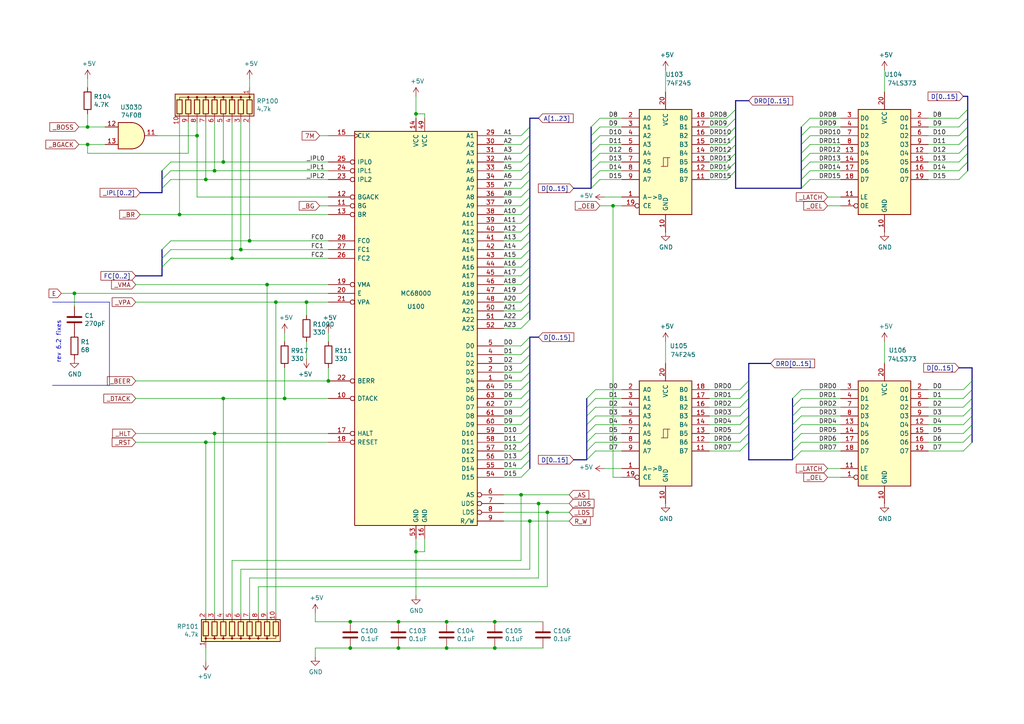
<source format=kicad_sch>
(kicad_sch (version 20230121) (generator eeschema)
  (paper "A4")
  (title_block (title "B2000 Processor") (date "07/06/1987") (rev "6.2-a") (company "Commodore") (comment 1 "Drawn by: Dave Haynie") (comment 2 "Used on: A2000-CR") (comment 3 "Next Assy: 312725") (comment 4 "Assy: 312721"))
  (junction (at 67.31 74.93))
  (junction (at 69.85 72.39))
  (junction (at 120.65 33.02))
  (junction (at 115.57 187.96))
  (junction (at 153.67 151.13))
  (junction (at 151.13 143.51))
  (junction (at 95.25 110.49))
  (junction (at 88.9 87.63))
  (junction (at 59.69 52.07))
  (junction (at 59.69 128.27))
  (junction (at 52.07 62.23))
  (junction (at 129.54 187.96))
  (junction (at 62.23 125.73))
  (junction (at 21.59 85.09))
  (junction (at 101.6 187.96))
  (junction (at 158.75 148.59))
  (junction (at 101.6 180.34))
  (junction (at 25.4 36.83))
  (junction (at 129.54 180.34))
  (junction (at 143.51 180.34))
  (junction (at 115.57 180.34))
  (junction (at 62.23 49.53))
  (junction (at 64.77 115.57))
  (junction (at 143.51 187.96))
  (junction (at 156.21 146.05))
  (junction (at 177.8 59.69))
  (junction (at 64.77 46.99))
  (junction (at 77.47 82.55))
  (junction (at 25.4 41.91))
  (junction (at 57.15 39.37))
  (junction (at 82.55 115.57))
  (junction (at 120.65 160.02))
  (junction (at 72.39 69.85))
  (junction (at 80.01 87.63))
  (bus_entry (at 279.4 115.57) (size 2.54 -2.54))
  (bus_entry (at 151.13 133.35) (size 2.54 -2.54))
  (bus_entry (at 171.45 49.53) (size 2.54 -2.54))
  (bus_entry (at 170.18 130.81) (size 2.54 -2.54))
  (bus_entry (at 229.87 128.27) (size 2.54 -2.54))
  (bus_entry (at 151.13 62.23) (size 2.54 -2.54))
  (bus_entry (at 279.4 123.19) (size 2.54 -2.54))
  (bus_entry (at 279.4 120.65) (size 2.54 -2.54))
  (bus_entry (at 151.13 57.15) (size 2.54 -2.54))
  (bus_entry (at 171.45 41.91) (size 2.54 -2.54))
  (bus_entry (at 151.13 110.49) (size 2.54 -2.54))
  (bus_entry (at 170.18 123.19) (size 2.54 -2.54))
  (bus_entry (at 171.45 39.37) (size 2.54 -2.54))
  (bus_entry (at 210.82 44.45) (size 2.54 -2.54))
  (bus_entry (at 232.41 46.99) (size 2.54 -2.54))
  (bus_entry (at 170.18 125.73) (size 2.54 -2.54))
  (bus_entry (at 151.13 44.45) (size 2.54 -2.54))
  (bus_entry (at 210.82 39.37) (size 2.54 -2.54))
  (bus_entry (at 214.63 130.81) (size 2.54 -2.54))
  (bus_entry (at 170.18 115.57) (size 2.54 -2.54))
  (bus_entry (at 151.13 87.63) (size 2.54 -2.54))
  (bus_entry (at 151.13 41.91) (size 2.54 -2.54))
  (bus_entry (at 214.63 120.65) (size 2.54 -2.54))
  (bus_entry (at 46.99 49.53) (size 2.54 -2.54))
  (bus_entry (at 46.99 74.93) (size 2.54 -2.54))
  (bus_entry (at 151.13 90.17) (size 2.54 -2.54))
  (bus_entry (at 151.13 80.01) (size 2.54 -2.54))
  (bus_entry (at 151.13 95.25) (size 2.54 -2.54))
  (bus_entry (at 232.41 41.91) (size 2.54 -2.54))
  (bus_entry (at 229.87 130.81) (size 2.54 -2.54))
  (bus_entry (at 278.13 44.45) (size 2.54 -2.54))
  (bus_entry (at 151.13 39.37) (size 2.54 -2.54))
  (bus_entry (at 151.13 115.57) (size 2.54 -2.54))
  (bus_entry (at 171.45 54.61) (size 2.54 -2.54))
  (bus_entry (at 170.18 133.35) (size 2.54 -2.54))
  (bus_entry (at 278.13 36.83) (size 2.54 -2.54))
  (bus_entry (at 210.82 49.53) (size 2.54 -2.54))
  (bus_entry (at 232.41 54.61) (size 2.54 -2.54))
  (bus_entry (at 151.13 123.19) (size 2.54 -2.54))
  (bus_entry (at 151.13 64.77) (size 2.54 -2.54))
  (bus_entry (at 151.13 49.53) (size 2.54 -2.54))
  (bus_entry (at 278.13 39.37) (size 2.54 -2.54))
  (bus_entry (at 214.63 115.57) (size 2.54 -2.54))
  (bus_entry (at 46.99 72.39) (size 2.54 -2.54))
  (bus_entry (at 151.13 69.85) (size 2.54 -2.54))
  (bus_entry (at 151.13 130.81) (size 2.54 -2.54))
  (bus_entry (at 278.13 46.99) (size 2.54 -2.54))
  (bus_entry (at 229.87 123.19) (size 2.54 -2.54))
  (bus_entry (at 278.13 52.07) (size 2.54 -2.54))
  (bus_entry (at 151.13 74.93) (size 2.54 -2.54))
  (bus_entry (at 151.13 120.65) (size 2.54 -2.54))
  (bus_entry (at 171.45 46.99) (size 2.54 -2.54))
  (bus_entry (at 171.45 44.45) (size 2.54 -2.54))
  (bus_entry (at 214.63 128.27) (size 2.54 -2.54))
  (bus_entry (at 279.4 130.81) (size 2.54 -2.54))
  (bus_entry (at 151.13 100.33) (size 2.54 -2.54))
  (bus_entry (at 210.82 52.07) (size 2.54 -2.54))
  (bus_entry (at 278.13 34.29) (size 2.54 -2.54))
  (bus_entry (at 279.4 128.27) (size 2.54 -2.54))
  (bus_entry (at 151.13 113.03) (size 2.54 -2.54))
  (bus_entry (at 171.45 52.07) (size 2.54 -2.54))
  (bus_entry (at 214.63 123.19) (size 2.54 -2.54))
  (bus_entry (at 232.41 39.37) (size 2.54 -2.54))
  (bus_entry (at 232.41 36.83) (size 2.54 -2.54))
  (bus_entry (at 46.99 77.47) (size 2.54 -2.54))
  (bus_entry (at 210.82 41.91) (size 2.54 -2.54))
  (bus_entry (at 279.4 125.73) (size 2.54 -2.54))
  (bus_entry (at 151.13 135.89) (size 2.54 -2.54))
  (bus_entry (at 151.13 54.61) (size 2.54 -2.54))
  (bus_entry (at 151.13 105.41) (size 2.54 -2.54))
  (bus_entry (at 214.63 118.11) (size 2.54 -2.54))
  (bus_entry (at 151.13 82.55) (size 2.54 -2.54))
  (bus_entry (at 278.13 49.53) (size 2.54 -2.54))
  (bus_entry (at 151.13 72.39) (size 2.54 -2.54))
  (bus_entry (at 151.13 128.27) (size 2.54 -2.54))
  (bus_entry (at 229.87 120.65) (size 2.54 -2.54))
  (bus_entry (at 229.87 133.35) (size 2.54 -2.54))
  (bus_entry (at 151.13 59.69) (size 2.54 -2.54))
  (bus_entry (at 210.82 34.29) (size 2.54 -2.54))
  (bus_entry (at 232.41 44.45) (size 2.54 -2.54))
  (bus_entry (at 151.13 77.47) (size 2.54 -2.54))
  (bus_entry (at 46.99 52.07) (size 2.54 -2.54))
  (bus_entry (at 170.18 128.27) (size 2.54 -2.54))
  (bus_entry (at 151.13 138.43) (size 2.54 -2.54))
  (bus_entry (at 232.41 49.53) (size 2.54 -2.54))
  (bus_entry (at 151.13 107.95) (size 2.54 -2.54))
  (bus_entry (at 278.13 41.91) (size 2.54 -2.54))
  (bus_entry (at 210.82 36.83) (size 2.54 -2.54))
  (bus_entry (at 279.4 118.11) (size 2.54 -2.54))
  (bus_entry (at 170.18 118.11) (size 2.54 -2.54))
  (bus_entry (at 170.18 120.65) (size 2.54 -2.54))
  (bus_entry (at 214.63 113.03) (size 2.54 -2.54))
  (bus_entry (at 151.13 92.71) (size 2.54 -2.54))
  (bus_entry (at 151.13 118.11) (size 2.54 -2.54))
  (bus_entry (at 232.41 52.07) (size 2.54 -2.54))
  (bus_entry (at 214.63 125.73) (size 2.54 -2.54))
  (bus_entry (at 46.99 54.61) (size 2.54 -2.54))
  (bus_entry (at 151.13 52.07) (size 2.54 -2.54))
  (bus_entry (at 151.13 125.73) (size 2.54 -2.54))
  (bus_entry (at 229.87 118.11) (size 2.54 -2.54))
  (bus_entry (at 210.82 46.99) (size 2.54 -2.54))
  (bus_entry (at 279.4 113.03) (size 2.54 -2.54))
  (bus_entry (at 151.13 67.31) (size 2.54 -2.54))
  (bus_entry (at 229.87 115.57) (size 2.54 -2.54))
  (bus_entry (at 151.13 102.87) (size 2.54 -2.54))
  (bus_entry (at 229.87 125.73) (size 2.54 -2.54))
  (bus_entry (at 151.13 46.99) (size 2.54 -2.54))
  (bus_entry (at 171.45 36.83) (size 2.54 -2.54))
  (bus_entry (at 151.13 85.09) (size 2.54 -2.54))
  (bus (pts (xy 278.13 106.68) (xy 281.94 106.68)))
  (wire (pts (xy 269.24 123.19) (xy 279.4 123.19)))
  (wire (pts (xy 21.59 85.09) (xy 95.25 85.09)))
  (wire (pts (xy 146.05 118.11) (xy 151.13 118.11)))
  (wire (pts (xy 91.44 177.8) (xy 91.44 180.34)))
  (wire (pts (xy 62.23 125.73) (xy 95.25 125.73)))
  (wire (pts (xy 49.53 46.99) (xy 64.77 46.99)))
  (wire (pts (xy 39.37 115.57) (xy 64.77 115.57)))
  (bus (pts (xy 281.94 106.68) (xy 281.94 110.49)))
  (wire (pts (xy 172.72 130.81) (xy 180.34 130.81)))
  (wire (pts (xy 146.05 146.05) (xy 156.21 146.05)))
  (bus (pts (xy 171.45 52.07) (xy 171.45 54.61)))
  (wire (pts (xy 205.74 52.07) (xy 210.82 52.07)))
  (wire (pts (xy 120.65 27.94) (xy 120.65 33.02)))
  (wire (pts (xy 232.41 113.03) (xy 243.84 113.03)))
  (wire (pts (xy 101.6 180.34) (xy 115.57 180.34)))
  (bus (pts (xy 153.67 52.07) (xy 153.67 54.61)))
  (bus (pts (xy 166.37 54.61) (xy 171.45 54.61)))
  (bus (pts (xy 217.17 113.03) (xy 217.17 115.57)))
  (wire (pts (xy 214.63 123.19) (xy 205.74 123.19)))
  (bus (pts (xy 232.41 52.07) (xy 232.41 54.61)))
  (bus (pts (xy 153.67 57.15) (xy 153.67 59.69)))
  (wire (pts (xy 151.13 133.35) (xy 146.05 133.35)))
  (wire (pts (xy 243.84 36.83) (xy 234.95 36.83)))
  (wire (pts (xy 146.05 46.99) (xy 151.13 46.99)))
  (wire (pts (xy 151.13 162.56) (xy 67.31 162.56)))
  (wire (pts (xy 172.72 125.73) (xy 180.34 125.73)))
  (wire (pts (xy 232.41 115.57) (xy 243.84 115.57)))
  (wire (pts (xy 59.69 128.27) (xy 95.25 128.27)))
  (bus (pts (xy 153.67 67.31) (xy 153.67 69.85)))
  (wire (pts (xy 39.37 128.27) (xy 59.69 128.27)))
  (wire (pts (xy 243.84 49.53) (xy 234.95 49.53)))
  (wire (pts (xy 158.75 148.59) (xy 165.1 148.59)))
  (wire (pts (xy 146.05 125.73) (xy 151.13 125.73)))
  (bus (pts (xy 229.87 123.19) (xy 229.87 125.73)))
  (wire (pts (xy 64.77 177.8) (xy 64.77 115.57)))
  (wire (pts (xy 22.86 36.83) (xy 25.4 36.83)))
  (bus (pts (xy 153.67 118.11) (xy 153.67 120.65)))
  (wire (pts (xy 59.69 35.56) (xy 59.69 52.07)))
  (wire (pts (xy 146.05 54.61) (xy 151.13 54.61)))
  (wire (pts (xy 146.05 113.03) (xy 151.13 113.03)))
  (bus (pts (xy 153.67 46.99) (xy 153.67 49.53)))
  (wire (pts (xy 151.13 128.27) (xy 146.05 128.27)))
  (bus (pts (xy 153.67 97.79) (xy 153.67 100.33)))
  (bus (pts (xy 217.17 115.57) (xy 217.17 118.11)))
  (wire (pts (xy 146.05 77.47) (xy 151.13 77.47)))
  (wire (pts (xy 173.99 39.37) (xy 180.34 39.37)))
  (bus (pts (xy 153.67 77.47) (xy 153.67 80.01)))
  (wire (pts (xy 69.85 72.39) (xy 69.85 35.56)))
  (bus (pts (xy 217.17 110.49) (xy 217.17 113.03)))
  (wire (pts (xy 177.8 138.43) (xy 177.8 59.69)))
  (bus (pts (xy 171.45 41.91) (xy 171.45 44.45)))
  (bus (pts (xy 170.18 115.57) (xy 170.18 118.11)))
  (wire (pts (xy 123.19 33.02) (xy 123.19 34.29)))
  (wire (pts (xy 256.54 20.32) (xy 256.54 26.67)))
  (wire (pts (xy 54.61 44.45) (xy 25.4 44.45)))
  (bus (pts (xy 153.67 85.09) (xy 153.67 87.63)))
  (bus (pts (xy 171.45 39.37) (xy 171.45 41.91)))
  (bus (pts (xy 213.36 36.83) (xy 213.36 39.37)))
  (wire (pts (xy 91.44 190.5) (xy 91.44 187.96)))
  (wire (pts (xy 95.25 69.85) (xy 72.39 69.85)))
  (wire (pts (xy 129.54 187.96) (xy 143.51 187.96)))
  (wire (pts (xy 151.13 143.51) (xy 151.13 162.56)))
  (bus (pts (xy 153.67 80.01) (xy 153.67 82.55)))
  (wire (pts (xy 153.67 151.13) (xy 146.05 151.13)))
  (wire (pts (xy 232.41 118.11) (xy 243.84 118.11)))
  (wire (pts (xy 64.77 46.99) (xy 95.25 46.99)))
  (bus (pts (xy 153.67 49.53) (xy 153.67 52.07)))
  (wire (pts (xy 172.72 128.27) (xy 180.34 128.27)))
  (wire (pts (xy 72.39 69.85) (xy 49.53 69.85)))
  (wire (pts (xy 256.54 99.06) (xy 256.54 105.41)))
  (wire (pts (xy 146.05 110.49) (xy 151.13 110.49)))
  (wire (pts (xy 172.72 113.03) (xy 180.34 113.03)))
  (wire (pts (xy 214.63 115.57) (xy 205.74 115.57)))
  (wire (pts (xy 129.54 180.34) (xy 143.51 180.34)))
  (bus (pts (xy 229.87 130.81) (xy 229.87 133.35)))
  (bus (pts (xy 153.67 74.93) (xy 153.67 77.47)))
  (wire (pts (xy 146.05 72.39) (xy 151.13 72.39)))
  (bus (pts (xy 170.18 130.81) (xy 170.18 133.35)))
  (wire (pts (xy 54.61 35.56) (xy 54.61 44.45)))
  (wire (pts (xy 240.03 135.89) (xy 243.84 135.89)))
  (bus (pts (xy 217.17 120.65) (xy 217.17 123.19)))
  (wire (pts (xy 151.13 138.43) (xy 146.05 138.43)))
  (wire (pts (xy 67.31 74.93) (xy 67.31 35.56)))
  (bus (pts (xy 46.99 54.61) (xy 46.99 55.88)))
  (bus (pts (xy 213.36 44.45) (xy 213.36 46.99)))
  (bus (pts (xy 171.45 46.99) (xy 171.45 49.53)))
  (bus (pts (xy 153.67 110.49) (xy 153.67 113.03)))
  (wire (pts (xy 173.99 52.07) (xy 180.34 52.07)))
  (bus (pts (xy 213.36 29.21) (xy 217.17 29.21)))
  (bus (pts (xy 153.67 34.29) (xy 156.21 34.29)))
  (wire (pts (xy 123.19 160.02) (xy 123.19 156.21)))
  (wire (pts (xy 72.39 69.85) (xy 72.39 35.56)))
  (wire (pts (xy 175.26 135.89) (xy 180.34 135.89)))
  (bus (pts (xy 229.87 115.57) (xy 229.87 118.11)))
  (wire (pts (xy 146.05 52.07) (xy 151.13 52.07)))
  (wire (pts (xy 80.01 87.63) (xy 80.01 177.8)))
  (wire (pts (xy 158.75 170.18) (xy 158.75 148.59)))
  (wire (pts (xy 82.55 115.57) (xy 95.25 115.57)))
  (wire (pts (xy 45.72 39.37) (xy 57.15 39.37)))
  (bus (pts (xy 153.67 113.03) (xy 153.67 115.57)))
  (bus (pts (xy 153.67 41.91) (xy 153.67 44.45)))
  (wire (pts (xy 173.99 49.53) (xy 180.34 49.53)))
  (wire (pts (xy 25.4 22.86) (xy 25.4 25.4)))
  (wire (pts (xy 146.05 135.89) (xy 151.13 135.89)))
  (wire (pts (xy 146.05 82.55) (xy 151.13 82.55)))
  (bus (pts (xy 229.87 128.27) (xy 229.87 130.81)))
  (bus (pts (xy 170.18 118.11) (xy 170.18 120.65)))
  (wire (pts (xy 49.53 52.07) (xy 59.69 52.07)))
  (wire (pts (xy 214.63 113.03) (xy 205.74 113.03)))
  (bus (pts (xy 153.67 105.41) (xy 153.67 107.95)))
  (wire (pts (xy 232.41 120.65) (xy 243.84 120.65)))
  (wire (pts (xy 243.84 59.69) (xy 240.03 59.69)))
  (wire (pts (xy 120.65 172.72) (xy 120.65 160.02)))
  (wire (pts (xy 72.39 167.64) (xy 72.39 177.8)))
  (wire (pts (xy 269.24 120.65) (xy 279.4 120.65)))
  (wire (pts (xy 57.15 57.15) (xy 57.15 39.37)))
  (wire (pts (xy 151.13 44.45) (xy 146.05 44.45)))
  (wire (pts (xy 205.74 46.99) (xy 210.82 46.99)))
  (wire (pts (xy 59.69 191.77) (xy 59.69 187.96)))
  (wire (pts (xy 77.47 177.8) (xy 77.47 82.55)))
  (bus (pts (xy 217.17 105.41) (xy 223.52 105.41)))
  (bus (pts (xy 153.67 123.19) (xy 153.67 125.73)))
  (wire (pts (xy 95.25 87.63) (xy 88.9 87.63)))
  (bus (pts (xy 213.36 31.75) (xy 213.36 34.29)))
  (wire (pts (xy 62.23 177.8) (xy 62.23 125.73)))
  (wire (pts (xy 240.03 57.15) (xy 243.84 57.15)))
  (wire (pts (xy 92.71 39.37) (xy 95.25 39.37)))
  (wire (pts (xy 146.05 107.95) (xy 151.13 107.95)))
  (wire (pts (xy 74.93 170.18) (xy 158.75 170.18)))
  (bus (pts (xy 213.36 49.53) (xy 213.36 54.61)))
  (bus (pts (xy 280.67 39.37) (xy 280.67 41.91)))
  (wire (pts (xy 49.53 49.53) (xy 62.23 49.53)))
  (bus (pts (xy 170.18 128.27) (xy 170.18 130.81)))
  (wire (pts (xy 88.9 91.44) (xy 88.9 87.63)))
  (wire (pts (xy 172.72 123.19) (xy 180.34 123.19)))
  (bus (pts (xy 46.99 72.39) (xy 46.99 74.93)))
  (wire (pts (xy 64.77 115.57) (xy 82.55 115.57)))
  (wire (pts (xy 21.59 85.09) (xy 21.59 88.9)))
  (wire (pts (xy 214.63 125.73) (xy 205.74 125.73)))
  (bus (pts (xy 153.67 128.27) (xy 153.67 130.81)))
  (bus (pts (xy 213.36 41.91) (xy 213.36 44.45)))
  (bus (pts (xy 46.99 77.47) (xy 46.99 80.01)))
  (bus (pts (xy 280.67 27.94) (xy 280.67 31.75)))
  (bus (pts (xy 153.67 36.83) (xy 153.67 39.37)))
  (bus (pts (xy 281.94 125.73) (xy 281.94 128.27)))
  (wire (pts (xy 151.13 102.87) (xy 146.05 102.87)))
  (bus (pts (xy 232.41 49.53) (xy 232.41 52.07)))
  (wire (pts (xy 153.67 165.1) (xy 153.67 151.13)))
  (wire (pts (xy 72.39 22.86) (xy 72.39 25.4)))
  (wire (pts (xy 269.24 34.29) (xy 278.13 34.29)))
  (wire (pts (xy 243.84 39.37) (xy 234.95 39.37)))
  (bus (pts (xy 280.67 27.94) (xy 279.4 27.94)))
  (bus (pts (xy 232.41 44.45) (xy 232.41 46.99)))
  (wire (pts (xy 214.63 120.65) (xy 205.74 120.65)))
  (bus (pts (xy 232.41 39.37) (xy 232.41 41.91)))
  (bus (pts (xy 153.67 34.29) (xy 153.67 36.83)))
  (bus (pts (xy 171.45 36.83) (xy 171.45 39.37)))
  (wire (pts (xy 172.72 120.65) (xy 180.34 120.65)))
  (wire (pts (xy 151.13 90.17) (xy 146.05 90.17)))
  (wire (pts (xy 151.13 95.25) (xy 146.05 95.25)))
  (wire (pts (xy 77.47 82.55) (xy 95.25 82.55)))
  (wire (pts (xy 59.69 177.8) (xy 59.69 128.27)))
  (bus (pts (xy 280.67 36.83) (xy 280.67 39.37)))
  (wire (pts (xy 146.05 92.71) (xy 151.13 92.71)))
  (bus (pts (xy 46.99 52.07) (xy 46.99 54.61)))
  (bus (pts (xy 153.67 125.73) (xy 153.67 128.27)))
  (wire (pts (xy 156.21 167.64) (xy 72.39 167.64)))
  (wire (pts (xy 95.25 59.69) (xy 92.71 59.69)))
  (bus (pts (xy 153.67 62.23) (xy 153.67 64.77)))
  (wire (pts (xy 158.75 148.59) (xy 146.05 148.59)))
  (bus (pts (xy 153.67 97.79) (xy 156.21 97.79)))
  (wire (pts (xy 243.84 52.07) (xy 234.95 52.07)))
  (bus (pts (xy 213.36 39.37) (xy 213.36 41.91)))
  (wire (pts (xy 62.23 35.56) (xy 62.23 49.53)))
  (wire (pts (xy 205.74 41.91) (xy 210.82 41.91)))
  (wire (pts (xy 146.05 64.77) (xy 151.13 64.77)))
  (wire (pts (xy 172.72 118.11) (xy 180.34 118.11)))
  (wire (pts (xy 146.05 67.31) (xy 151.13 67.31)))
  (wire (pts (xy 57.15 39.37) (xy 57.15 35.56)))
  (bus (pts (xy 153.67 120.65) (xy 153.67 123.19)))
  (bus (pts (xy 280.67 44.45) (xy 280.67 46.99)))
  (bus (pts (xy 281.94 123.19) (xy 281.94 125.73)))
  (wire (pts (xy 177.8 59.69) (xy 180.34 59.69)))
  (wire (pts (xy 95.25 106.68) (xy 95.25 110.49)))
  (wire (pts (xy 146.05 59.69) (xy 151.13 59.69)))
  (bus (pts (xy 170.18 123.19) (xy 170.18 125.73)))
  (polyline (pts (xy 31.75 87.63) (xy 31.75 111.76)))
  (wire (pts (xy 39.37 125.73) (xy 62.23 125.73)))
  (wire (pts (xy 146.05 57.15) (xy 151.13 57.15)))
  (bus (pts (xy 232.41 36.83) (xy 232.41 39.37)))
  (wire (pts (xy 146.05 80.01) (xy 151.13 80.01)))
  (bus (pts (xy 153.67 82.55) (xy 153.67 85.09)))
  (wire (pts (xy 173.99 46.99) (xy 180.34 46.99)))
  (wire (pts (xy 120.65 33.02) (xy 120.65 34.29)))
  (wire (pts (xy 269.24 113.03) (xy 279.4 113.03)))
  (bus (pts (xy 229.87 120.65) (xy 229.87 123.19)))
  (bus (pts (xy 280.67 31.75) (xy 280.67 34.29)))
  (wire (pts (xy 269.24 36.83) (xy 278.13 36.83)))
  (wire (pts (xy 173.99 41.91) (xy 180.34 41.91)))
  (wire (pts (xy 269.24 44.45) (xy 278.13 44.45)))
  (wire (pts (xy 193.04 20.32) (xy 193.04 26.67)))
  (bus (pts (xy 153.67 133.35) (xy 153.67 135.89)))
  (polyline (pts (xy 31.75 111.76) (xy 15.24 111.76)))
  (wire (pts (xy 146.05 69.85) (xy 151.13 69.85)))
  (wire (pts (xy 69.85 177.8) (xy 69.85 165.1)))
  (wire (pts (xy 146.05 123.19) (xy 151.13 123.19)))
  (wire (pts (xy 173.99 59.69) (xy 177.8 59.69)))
  (bus (pts (xy 280.67 34.29) (xy 280.67 36.83)))
  (wire (pts (xy 156.21 146.05) (xy 156.21 167.64)))
  (bus (pts (xy 232.41 41.91) (xy 232.41 44.45)))
  (wire (pts (xy 205.74 34.29) (xy 210.82 34.29)))
  (wire (pts (xy 146.05 74.93) (xy 151.13 74.93)))
  (wire (pts (xy 95.25 96.52) (xy 95.25 99.06)))
  (wire (pts (xy 25.4 44.45) (xy 25.4 41.91)))
  (wire (pts (xy 95.25 57.15) (xy 57.15 57.15)))
  (wire (pts (xy 25.4 36.83) (xy 30.48 36.83)))
  (wire (pts (xy 269.24 41.91) (xy 278.13 41.91)))
  (wire (pts (xy 146.05 115.57) (xy 151.13 115.57)))
  (bus (pts (xy 153.67 102.87) (xy 153.67 105.41)))
  (bus (pts (xy 153.67 100.33) (xy 153.67 102.87)))
  (wire (pts (xy 269.24 130.81) (xy 279.4 130.81)))
  (bus (pts (xy 166.37 133.35) (xy 170.18 133.35)))
  (wire (pts (xy 269.24 49.53) (xy 278.13 49.53)))
  (wire (pts (xy 269.24 115.57) (xy 279.4 115.57)))
  (wire (pts (xy 243.84 34.29) (xy 234.95 34.29)))
  (wire (pts (xy 205.74 36.83) (xy 210.82 36.83)))
  (bus (pts (xy 153.67 69.85) (xy 153.67 72.39)))
  (wire (pts (xy 151.13 143.51) (xy 165.1 143.51)))
  (bus (pts (xy 46.99 74.93) (xy 46.99 77.47)))
  (bus (pts (xy 153.67 107.95) (xy 153.67 110.49)))
  (wire (pts (xy 120.65 160.02) (xy 120.65 156.21)))
  (wire (pts (xy 177.8 138.43) (xy 180.34 138.43)))
  (wire (pts (xy 52.07 62.23) (xy 52.07 35.56)))
  (wire (pts (xy 39.37 82.55) (xy 77.47 82.55)))
  (wire (pts (xy 269.24 125.73) (xy 279.4 125.73)))
  (bus (pts (xy 153.67 54.61) (xy 153.67 57.15)))
  (bus (pts (xy 153.67 39.37) (xy 153.67 41.91)))
  (bus (pts (xy 281.94 120.65) (xy 281.94 123.19)))
  (wire (pts (xy 146.05 85.09) (xy 151.13 85.09)))
  (wire (pts (xy 175.26 57.15) (xy 180.34 57.15)))
  (bus (pts (xy 217.17 123.19) (xy 217.17 125.73)))
  (wire (pts (xy 17.78 85.09) (xy 21.59 85.09)))
  (bus (pts (xy 217.17 133.35) (xy 229.87 133.35)))
  (wire (pts (xy 64.77 35.56) (xy 64.77 46.99)))
  (wire (pts (xy 143.51 180.34) (xy 157.48 180.34)))
  (wire (pts (xy 232.41 130.81) (xy 243.84 130.81)))
  (bus (pts (xy 153.67 130.81) (xy 153.67 133.35)))
  (wire (pts (xy 146.05 120.65) (xy 151.13 120.65)))
  (wire (pts (xy 240.03 138.43) (xy 243.84 138.43)))
  (bus (pts (xy 153.67 44.45) (xy 153.67 46.99)))
  (wire (pts (xy 146.05 105.41) (xy 151.13 105.41)))
  (wire (pts (xy 146.05 62.23) (xy 151.13 62.23)))
  (bus (pts (xy 153.67 115.57) (xy 153.67 118.11)))
  (bus (pts (xy 171.45 44.45) (xy 171.45 46.99)))
  (wire (pts (xy 25.4 41.91) (xy 22.86 41.91)))
  (bus (pts (xy 213.36 29.21) (xy 213.36 31.75)))
  (bus (pts (xy 153.67 87.63) (xy 153.67 90.17)))
  (wire (pts (xy 165.1 146.05) (xy 156.21 146.05)))
  (wire (pts (xy 120.65 160.02) (xy 123.19 160.02)))
  (wire (pts (xy 232.41 125.73) (xy 243.84 125.73)))
  (bus (pts (xy 153.67 64.77) (xy 153.67 67.31)))
  (wire (pts (xy 115.57 187.96) (xy 129.54 187.96)))
  (wire (pts (xy 39.37 87.63) (xy 80.01 87.63)))
  (wire (pts (xy 165.1 151.13) (xy 153.67 151.13)))
  (bus (pts (xy 170.18 125.73) (xy 170.18 128.27)))
  (bus (pts (xy 280.67 46.99) (xy 280.67 49.53)))
  (bus (pts (xy 171.45 49.53) (xy 171.45 52.07)))
  (wire (pts (xy 62.23 49.53) (xy 95.25 49.53)))
  (wire (pts (xy 269.24 46.99) (xy 278.13 46.99)))
  (wire (pts (xy 30.48 41.91) (xy 25.4 41.91)))
  (wire (pts (xy 95.25 74.93) (xy 67.31 74.93)))
  (wire (pts (xy 172.72 115.57) (xy 180.34 115.57)))
  (wire (pts (xy 193.04 99.06) (xy 193.04 105.41)))
  (bus (pts (xy 153.67 90.17) (xy 153.67 92.71)))
  (wire (pts (xy 67.31 162.56) (xy 67.31 177.8)))
  (bus (pts (xy 281.94 115.57) (xy 281.94 118.11)))
  (wire (pts (xy 25.4 33.02) (xy 25.4 36.83)))
  (bus (pts (xy 213.36 46.99) (xy 213.36 49.53)))
  (wire (pts (xy 67.31 74.93) (xy 49.53 74.93)))
  (wire (pts (xy 88.9 99.06) (xy 88.9 104.14)))
  (wire (pts (xy 95.25 110.49) (xy 39.37 110.49)))
  (wire (pts (xy 269.24 39.37) (xy 278.13 39.37)))
  (wire (pts (xy 69.85 165.1) (xy 153.67 165.1)))
  (wire (pts (xy 146.05 41.91) (xy 151.13 41.91)))
  (wire (pts (xy 205.74 39.37) (xy 210.82 39.37)))
  (bus (pts (xy 217.17 128.27) (xy 217.17 133.35)))
  (wire (pts (xy 74.93 177.8) (xy 74.93 170.18)))
  (wire (pts (xy 59.69 52.07) (xy 95.25 52.07)))
  (wire (pts (xy 243.84 44.45) (xy 234.95 44.45)))
  (bus (pts (xy 281.94 113.03) (xy 281.94 115.57)))
  (wire (pts (xy 269.24 118.11) (xy 279.4 118.11)))
  (bus (pts (xy 170.18 120.65) (xy 170.18 123.19)))
  (wire (pts (xy 146.05 130.81) (xy 151.13 130.81)))
  (bus (pts (xy 217.17 118.11) (xy 217.17 120.65)))
  (wire (pts (xy 88.9 87.63) (xy 80.01 87.63)))
  (wire (pts (xy 91.44 187.96) (xy 101.6 187.96)))
  (wire (pts (xy 269.24 128.27) (xy 279.4 128.27)))
  (wire (pts (xy 49.53 72.39) (xy 69.85 72.39)))
  (bus (pts (xy 281.94 118.11) (xy 281.94 120.65)))
  (wire (pts (xy 232.41 123.19) (xy 243.84 123.19)))
  (wire (pts (xy 95.25 62.23) (xy 52.07 62.23)))
  (bus (pts (xy 153.67 72.39) (xy 153.67 74.93)))
  (wire (pts (xy 243.84 41.91) (xy 234.95 41.91)))
  (wire (pts (xy 232.41 128.27) (xy 243.84 128.27)))
  (bus (pts (xy 280.67 41.91) (xy 280.67 44.45)))
  (wire (pts (xy 146.05 143.51) (xy 151.13 143.51)))
  (polyline (pts (xy 15.24 87.63) (xy 31.75 87.63)))
  (wire (pts (xy 146.05 100.33) (xy 151.13 100.33)))
  (wire (pts (xy 214.63 118.11) (xy 205.74 118.11)))
  (wire (pts (xy 205.74 44.45) (xy 210.82 44.45)))
  (wire (pts (xy 146.05 39.37) (xy 151.13 39.37)))
  (bus (pts (xy 213.36 34.29) (xy 213.36 36.83)))
  (wire (pts (xy 115.57 180.34) (xy 129.54 180.34)))
  (wire (pts (xy 82.55 106.68) (xy 82.55 115.57)))
  (bus (pts (xy 46.99 49.53) (xy 46.99 52.07)))
  (wire (pts (xy 173.99 44.45) (xy 180.34 44.45)))
  (wire (pts (xy 173.99 34.29) (xy 180.34 34.29)))
  (wire (pts (xy 205.74 49.53) (xy 210.82 49.53)))
  (wire (pts (xy 214.63 130.81) (xy 205.74 130.81)))
  (wire (pts (xy 173.99 36.83) (xy 180.34 36.83)))
  (bus (pts (xy 46.99 55.88) (xy 40.64 55.88)))
  (bus (pts (xy 213.36 54.61) (xy 232.41 54.61)))
  (bus (pts (xy 153.67 59.69) (xy 153.67 62.23)))
  (wire (pts (xy 91.44 180.34) (xy 101.6 180.34)))
  (wire (pts (xy 151.13 49.53) (xy 146.05 49.53)))
  (bus (pts (xy 232.41 46.99) (xy 232.41 49.53)))
  (wire (pts (xy 95.25 72.39) (xy 69.85 72.39)))
  (wire (pts (xy 40.64 62.23) (xy 52.07 62.23)))
  (wire (pts (xy 82.55 96.52) (xy 82.55 99.06)))
  (wire (pts (xy 101.6 187.96) (xy 115.57 187.96)))
  (bus (pts (xy 39.37 80.01) (xy 46.99 80.01)))
  (wire (pts (xy 146.05 87.63) (xy 151.13 87.63)))
  (wire (pts (xy 243.84 46.99) (xy 234.95 46.99)))
  (bus (pts (xy 217.17 125.73) (xy 217.17 128.27)))
  (wire (pts (xy 120.65 33.02) (xy 123.19 33.02)))
  (bus (pts (xy 229.87 125.73) (xy 229.87 128.27)))
  (bus (pts (xy 229.87 118.11) (xy 229.87 120.65)))
  (bus (pts (xy 217.17 105.41) (xy 217.17 110.49)))
  (bus (pts (xy 281.94 110.49) (xy 281.94 113.03)))
  (wire (pts (xy 143.51 187.96) (xy 157.48 187.96)))
  (wire (pts (xy 269.24 52.07) (xy 278.13 52.07)))
  (wire (pts (xy 214.63 128.27) (xy 205.74 128.27)))
  (text "rev 6.2 fixes" (at 17.78 105.41 90) (effects (font (size 1.27 1.27)) (justify left bottom)))
  (label "DRD11" (at 205.74 41.91 0))
  (label "D1" (at 270.51 115.57 0))
  (label "D13" (at 270.51 46.99 0))
  (label "D15" (at 146.05 138.43 0))
  (label "D1" (at 176.53 115.57 0))
  (label "DRD11" (at 237.49 41.91 0))
  (label "D0" (at 146.05 100.33 0))
  (label "DRD4" (at 207.01 123.19 0))
  (label "D4" (at 270.51 123.19 0))
  (label "A14" (at 146.05 72.39 0))
  (label "A22" (at 146.05 92.71 0))
  (label "DRD5" (at 237.49 125.73 0))
  (label "D0" (at 270.51 113.03 0))
  (label "D6" (at 146.05 115.57 0))
  (label "DRD12" (at 205.74 44.45 0))
  (label "DRD1" (at 207.01 115.57 0))
  (label "A19" (at 146.05 85.09 0))
  (label "D4" (at 176.53 123.19 0))
  (label "DRD9" (at 237.49 36.83 0))
  (label "FC1" (at 90.17 72.39 0))
  (label "D12" (at 270.51 44.45 0))
  (label "D10" (at 270.51 39.37 0))
  (label "DRD14" (at 205.74 49.53 0))
  (label "D6" (at 176.53 128.27 0))
  (label "DRD10" (at 205.74 39.37 0))
  (label "A21" (at 146.05 90.17 0))
  (label "FC2" (at 90.17 74.93 0))
  (label "D13" (at 146.05 133.35 0))
  (label "A17" (at 146.05 80.01 0))
  (label "DRD6" (at 237.49 128.27 0))
  (label "D8" (at 270.51 34.29 0))
  (label "D8" (at 176.53 34.29 0))
  (label "A16" (at 146.05 77.47 0))
  (label "A3" (at 146.05 44.45 0))
  (label "D2" (at 270.51 118.11 0))
  (label "D7" (at 176.53 130.81 0))
  (label "D6" (at 270.51 128.27 0))
  (label "D7" (at 270.51 130.81 0))
  (label "DRD7" (at 207.01 130.81 0))
  (label "DRD15" (at 237.49 52.07 0))
  (label "DRD5" (at 207.01 125.73 0))
  (label "D10" (at 146.05 125.73 0))
  (label "DRD8" (at 205.74 34.29 0))
  (label "A13" (at 146.05 69.85 0))
  (label "DRD3" (at 237.49 120.65 0))
  (label "A12" (at 146.05 67.31 0))
  (label "D12" (at 176.53 44.45 0))
  (label "D9" (at 176.53 36.83 0))
  (label "D14" (at 176.53 49.53 0))
  (label "DRD10" (at 237.49 39.37 0))
  (label "A4" (at 146.05 46.99 0))
  (label "DRD0" (at 237.49 113.03 0))
  (label "D11" (at 176.53 41.91 0))
  (label "_IPL0" (at 88.9 46.99 0))
  (label "D14" (at 146.05 135.89 0))
  (label "DRD13" (at 205.74 46.99 0))
  (label "A23" (at 146.05 95.25 0))
  (label "A11" (at 146.05 64.77 0))
  (label "D9" (at 146.05 123.19 0))
  (label "DRD6" (at 207.01 128.27 0))
  (label "D7" (at 146.05 118.11 0))
  (label "A5" (at 146.05 49.53 0))
  (label "D3" (at 176.53 120.65 0))
  (label "DRD0" (at 207.01 113.03 0))
  (label "D14" (at 270.51 49.53 0))
  (label "D12" (at 146.05 130.81 0))
  (label "D5" (at 176.53 125.73 0))
  (label "DRD14" (at 237.49 49.53 0))
  (label "A18" (at 146.05 82.55 0))
  (label "A2" (at 146.05 41.91 0))
  (label "_IPL2" (at 88.9 52.07 0))
  (label "FC0" (at 90.17 69.85 0))
  (label "A15" (at 146.05 74.93 0))
  (label "DRD3" (at 207.01 120.65 0))
  (label "D11" (at 146.05 128.27 0))
  (label "D1" (at 146.05 102.87 0))
  (label "D8" (at 146.05 120.65 0))
  (label "D3" (at 146.05 107.95 0))
  (label "A20" (at 146.05 87.63 0))
  (label "DRD7" (at 237.49 130.81 0))
  (label "DRD4" (at 237.49 123.19 0))
  (label "DRD2" (at 207.01 118.11 0))
  (label "D2" (at 176.53 118.11 0))
  (label "D9" (at 270.51 36.83 0))
  (label "DRD12" (at 237.49 44.45 0))
  (label "A6" (at 146.05 52.07 0))
  (label "D13" (at 176.53 46.99 0))
  (label "DRD1" (at 237.49 115.57 0))
  (label "DRD8" (at 237.49 34.29 0))
  (label "D10" (at 176.53 39.37 0))
  (label "D4" (at 146.05 110.49 0))
  (label "D5" (at 146.05 113.03 0))
  (label "DRD2" (at 237.49 118.11 0))
  (label "DRD9" (at 205.74 36.83 0))
  (label "D15" (at 270.51 52.07 0))
  (label "DRD15" (at 205.74 52.07 0))
  (label "A1" (at 146.05 39.37 0))
  (label "D0" (at 176.53 113.03 0))
  (label "DRD13" (at 237.49 46.99 0))
  (label "D3" (at 270.51 120.65 0))
  (label "A10" (at 146.05 62.23 0))
  (label "D11" (at 270.51 41.91 0))
  (label "A9" (at 146.05 59.69 0))
  (label "_IPL1" (at 88.9 49.53 0))
  (label "D5" (at 270.51 125.73 0))
  (label "D15" (at 176.53 52.07 0))
  (label "A8" (at 146.05 57.15 0))
  (label "D2" (at 146.05 105.41 0))
  (label "A7" (at 146.05 54.61 0))
  (global_label "_OEB" (shape input) (at 173.99 59.69 180) (property "Intersheetrefs" "${INTERSHEET_REFS}" (effects hide)))
  (global_label "7M" (shape input) (at 92.71 39.37 180) (property "Intersheetrefs" "${INTERSHEET_REFS}" (effects hide)))
  (global_label "DRD[0..15]" (shape input) (at 217.17 29.21 0) (property "Intersheetrefs" "${INTERSHEET_REFS}" (effects hide)))
  (global_label "D[0..15]" (shape input) (at 166.37 54.61 180) (property "Intersheetrefs" "${INTERSHEET_REFS}" (effects hide)))
  (global_label "D[0..15]" (shape input) (at 156.21 97.79 0) (property "Intersheetrefs" "${INTERSHEET_REFS}" (effects hide)))
  (global_label "_AS" (shape input) (at 165.1 143.51 0) (property "Intersheetrefs" "${INTERSHEET_REFS}" (effects hide)))
  (global_label "_VMA" (shape input) (at 39.37 82.55 180) (property "Intersheetrefs" "${INTERSHEET_REFS}" (effects hide)))
  (global_label "_BEER" (shape input) (at 39.37 110.49 180) (property "Intersheetrefs" "${INTERSHEET_REFS}" (effects hide)))
  (global_label "_OEL" (shape input) (at 240.03 138.43 180) (property "Intersheetrefs" "${INTERSHEET_REFS}" (effects hide)))
  (global_label "D[0..15]" (shape input) (at 279.4 27.94 180) (property "Intersheetrefs" "${INTERSHEET_REFS}" (effects hide)))
  (global_label "_RST" (shape input) (at 39.37 128.27 180) (property "Intersheetrefs" "${INTERSHEET_REFS}" (effects hide)))
  (global_label "D[0..15]" (shape input) (at 166.37 133.35 180) (property "Intersheetrefs" "${INTERSHEET_REFS}" (effects hide)))
  (global_label "D[0..15]" (shape input) (at 278.13 106.68 180) (property "Intersheetrefs" "${INTERSHEET_REFS}" (effects hide)))
  (global_label "_LDS" (shape input) (at 165.1 148.59 0) (property "Intersheetrefs" "${INTERSHEET_REFS}" (effects hide)))
  (global_label "DRD[0..15]" (shape input) (at 223.52 105.41 0) (property "Intersheetrefs" "${INTERSHEET_REFS}" (effects hide)))
  (global_label "_BG" (shape input) (at 92.71 59.69 180) (property "Intersheetrefs" "${INTERSHEET_REFS}" (effects hide)))
  (global_label "_UDS" (shape input) (at 165.1 146.05 0) (property "Intersheetrefs" "${INTERSHEET_REFS}" (effects hide)))
  (global_label "_BOSS" (shape input) (at 22.86 36.83 180) (property "Intersheetrefs" "${INTERSHEET_REFS}" (effects hide)))
  (global_label "_LATCH" (shape input) (at 240.03 57.15 180) (property "Intersheetrefs" "${INTERSHEET_REFS}" (effects hide)))
  (global_label "A[1..23]" (shape input) (at 156.21 34.29 0) (property "Intersheetrefs" "${INTERSHEET_REFS}" (effects hide)))
  (global_label "R_W" (shape input) (at 165.1 151.13 0) (property "Intersheetrefs" "${INTERSHEET_REFS}" (effects hide)))
  (global_label "_OEL" (shape input) (at 240.03 59.69 180) (property "Intersheetrefs" "${INTERSHEET_REFS}" (effects hide)))
  (global_label "_BGACK" (shape input) (at 22.86 41.91 180) (property "Intersheetrefs" "${INTERSHEET_REFS}" (effects hide)))
  (global_label "FC[0..2]" (shape input) (at 39.37 80.01 180) (property "Intersheetrefs" "${INTERSHEET_REFS}" (effects hide)))
  (global_label "_LATCH" (shape input) (at 240.03 135.89 180) (property "Intersheetrefs" "${INTERSHEET_REFS}" (effects hide)))
  (global_label "_VPA" (shape input) (at 39.37 87.63 180) (property "Intersheetrefs" "${INTERSHEET_REFS}" (effects hide)))
  (global_label "_DTACK" (shape input) (at 39.37 115.57 180) (property "Intersheetrefs" "${INTERSHEET_REFS}" (effects hide)))
  (global_label "_IPL[0..2]" (shape input) (at 40.64 55.88 180) (property "Intersheetrefs" "${INTERSHEET_REFS}" (effects hide)))
  (global_label "E" (shape input) (at 17.78 85.09 180) (property "Intersheetrefs" "${INTERSHEET_REFS}" (effects hide)))
  (global_label "_HLT" (shape input) (at 39.37 125.73 180) (property "Intersheetrefs" "${INTERSHEET_REFS}" (effects hide)))
  (global_label "_BR" (shape input) (at 40.64 62.23 180) (property "Intersheetrefs" "${INTERSHEET_REFS}" (effects hide)))
  (symbol (lib_id "CPU_NXP_68000:68000D") (at 120.65 95.25 0) (unit 1)
    (property "Reference" "U100" (at 120.65 88.9 0))
    (property "Value" "MC68000" (at 120.65 85.09 0))
    (property "Footprint" "Package_DIP:DIP-64_W22.86mm_Socket" (effects hide))
    (property "Datasheet" "https://www.nxp.com/docs/en/reference-manual/MC68000UM.pdf" (effects hide))
  )
  (symbol (lib_id "74xx:74LS245") (at 193.04 46.99 0) (unit 1)
    (property "Reference" "U103" (at 195.58 21.59 0))
    (property "Value" "74F245" (at 196.85 24.13 0))
    (property "Footprint" "Package_DIP:DIP-20_W7.62mm_Socket" (effects hide))
    (property "Datasheet" "http://www.mouser.com/ds/2/308/fairchild%20semiconductor_74f245-1116738.pdf" (effects hide))
    (property "RefOrder" "595-SN74F245N" (effects hide))
  )
  (symbol (lib_id "74xx:74LS245") (at 193.04 125.73 0) (unit 1)
    (property "Reference" "U105" (at 196.85 100.33 0))
    (property "Value" "74F245" (at 198.12 102.87 0))
    (property "Footprint" "Package_DIP:DIP-20_W7.62mm_Socket" (effects hide))
    (property "Datasheet" "http://www.mouser.com/ds/2/308/fairchild%20semiconductor_74f245-1116738.pdf" (effects hide))
    (property "RefOrder" "595-SN74F245N" (effects hide))
  )
  (symbol (lib_id "74xx:74LS373") (at 256.54 46.99 0) (unit 1)
    (property "Reference" "U104" (at 259.08 21.59 0))
    (property "Value" "74LS373" (at 261.62 24.13 0))
    (property "Footprint" "Package_DIP:DIP-20_W7.62mm_Socket" (effects hide))
    (property "Datasheet" "http://www.ti.com/lit/gpn/sn74LS373" (effects hide))
    (property "RefOrder" "595-SN74LS373N" (effects hide))
  )
  (symbol (lib_id "74xx:74LS373") (at 256.54 125.73 0) (unit 1)
    (property "Reference" "U106" (at 260.35 101.6 0))
    (property "Value" "74LS373" (at 261.62 104.14 0))
    (property "Footprint" "Package_DIP:DIP-20_W7.62mm_Socket" (effects hide))
    (property "Datasheet" "http://www.ti.com/lit/gpn/sn74LS373" (effects hide))
    (property "RefOrder" "595-SN74LS373N" (effects hide))
  )
  (symbol (lib_id "74xx:74LS08") (at 38.1 39.37 0) (unit 4)
    (property "Reference" "U303" (at 38.1 31.115 0))
    (property "Value" "74F08" (at 38.1 33.4264 0))
    (property "Footprint" "Package_DIP:DIP-14_W7.62mm_Socket" (effects hide))
    (property "Datasheet" "http://www.ti.com/lit/ds/symlink/sn74f08.pdf" (effects hide))
    (property "RefOrder" "595-SN74F08N" (effects hide))
  )
  (symbol (lib_id "Device:R_Network09") (at 62.23 30.48 0) (mirror y) (unit 1)
    (property "Reference" "RP100" (at 74.422 29.3116 0) (effects (justify right)))
    (property "Value" "4.7k" (at 74.422 31.623 0) (effects (justify right)))
    (property "Footprint" "Resistor_THT:R_Array_SIP10" (effects hide))
    (property "Datasheet" "http://www.vishay.com/docs/31509/csc.pdf" (effects hide))
    (property "RefOrder" "858-L101S472LF" (effects hide))
  )
  (symbol (lib_id "Device:R") (at 25.4 29.21 0) (unit 1)
    (property "Reference" "R104" (at 27.178 28.0416 0) (effects (justify left)))
    (property "Value" "4.7K" (at 27.178 30.353 0) (effects (justify left)))
    (property "Footprint" "Resistor_THT:R_Axial_DIN0207_L6.3mm_D2.5mm_P10.16mm_Horizontal" (effects hide))
    (property "RefOrder" "603-CFR-25JR-524K7" (effects hide))
  )
  (symbol (lib_id "Device:R") (at 95.25 102.87 0) (unit 1)
    (property "Reference" "R111" (at 97.028 101.7016 0) (effects (justify left)))
    (property "Value" "330" (at 97.028 104.013 0) (effects (justify left)))
    (property "Footprint" "Resistor_THT:R_Axial_DIN0207_L6.3mm_D2.5mm_P10.16mm_Horizontal" (effects hide))
    (property "RefOrder" "603-CFR-25JT-52-330R" (effects hide))
  )
  (symbol (lib_id "Device:R_Network09") (at 69.85 182.88 0) (mirror x) (unit 1)
    (property "Reference" "RP101" (at 57.6834 181.7116 0) (effects (justify right)))
    (property "Value" "4.7k" (at 57.6834 184.023 0) (effects (justify right)))
    (property "Footprint" "Resistor_THT:R_Array_SIP10" (effects hide))
    (property "Datasheet" "http://www.vishay.com/docs/31509/csc.pdf" (effects hide))
    (property "RefOrder" "858-L101S472LF" (effects hide))
  )
  (symbol (lib_id "Device:C") (at 101.6 184.15 0) (unit 1)
    (property "Reference" "C100" (at 104.521 182.9816 0) (effects (justify left)))
    (property "Value" "0.1uF" (at 104.521 185.293 0) (effects (justify left)))
    (property "Footprint" "Capacitor_THT:C_Rect_L11.5mm_W2.6mm_P10.00mm_MKT" (effects hide))
    (property "RefOrder" "581-SA105C104KARC" (effects hide))
  )
  (symbol (lib_id "Device:C") (at 115.57 184.15 0) (unit 1)
    (property "Reference" "C103" (at 118.491 182.9816 0) (effects (justify left)))
    (property "Value" "0.1uF" (at 118.491 185.293 0) (effects (justify left)))
    (property "Footprint" "Capacitor_THT:C_Rect_L11.5mm_W2.6mm_P10.00mm_MKT" (effects hide))
    (property "RefOrder" "581-SA105C104KARC" (effects hide))
  )
  (symbol (lib_id "Device:C") (at 129.54 184.15 0) (unit 1)
    (property "Reference" "C104" (at 132.461 182.9816 0) (effects (justify left)))
    (property "Value" "0.1uF" (at 132.461 185.293 0) (effects (justify left)))
    (property "Footprint" "Capacitor_THT:C_Rect_L11.5mm_W2.6mm_P10.00mm_MKT" (effects hide))
    (property "RefOrder" "581-SA105C104KARC" (effects hide))
  )
  (symbol (lib_id "Device:C") (at 143.51 184.15 0) (unit 1)
    (property "Reference" "C105" (at 146.431 182.9816 0) (effects (justify left)))
    (property "Value" "0.1uF" (at 146.431 185.293 0) (effects (justify left)))
    (property "Footprint" "Capacitor_THT:C_Rect_L11.5mm_W2.6mm_P10.00mm_MKT" (effects hide))
    (property "RefOrder" "581-SA105C104KARC" (effects hide))
  )
  (symbol (lib_id "Device:C") (at 157.48 184.15 0) (unit 1)
    (property "Reference" "C106" (at 160.401 182.9816 0) (effects (justify left)))
    (property "Value" "0.1uF" (at 160.401 185.293 0) (effects (justify left)))
    (property "Footprint" "Capacitor_THT:C_Rect_L11.5mm_W2.6mm_P10.00mm_MKT" (effects hide))
    (property "RefOrder" "581-SA105C104KARC" (effects hide))
  )
  (symbol (lib_id "power:+5V") (at 25.4 22.86 0) (unit 1)
    (property "Reference" "#PWR01" (effects hide))
    (property "Value" "+5V" (at 25.781 18.4658 0))
  )
  (symbol (lib_id "power:+5V") (at 95.25 96.52 0) (unit 1)
    (property "Reference" "#PWR06" (effects hide))
    (property "Value" "+5V" (at 95.631 92.1258 0))
  )
  (symbol (lib_id "power:+5V") (at 72.39 22.86 0) (unit 1)
    (property "Reference" "#PWR03" (effects hide))
    (property "Value" "+5V" (at 72.771 18.4658 0))
  )
  (symbol (lib_id "power:+5V") (at 59.69 191.77 180) (unit 1)
    (property "Reference" "#PWR02" (effects hide))
    (property "Value" "+5V" (at 59.309 196.1642 0))
  )
  (symbol (lib_id "power:+5V") (at 120.65 27.94 0) (unit 1)
    (property "Reference" "#PWR07" (effects hide))
    (property "Value" "+5V" (at 121.031 23.5458 0))
  )
  (symbol (lib_id "power:+5V") (at 193.04 20.32 0) (unit 1)
    (property "Reference" "#PWR011" (effects hide))
    (property "Value" "+5V" (at 193.421 15.9258 0))
  )
  (symbol (lib_id "power:+5V") (at 256.54 20.32 0) (unit 1)
    (property "Reference" "#PWR015" (effects hide))
    (property "Value" "+5V" (at 256.921 15.9258 0))
  )
  (symbol (lib_id "power:+5V") (at 256.54 99.06 0) (unit 1)
    (property "Reference" "#PWR017" (effects hide))
    (property "Value" "+5V" (at 256.921 94.6658 0))
  )
  (symbol (lib_id "power:+5V") (at 193.04 99.06 0) (unit 1)
    (property "Reference" "#PWR013" (effects hide))
    (property "Value" "+5V" (at 193.421 94.6658 0))
  )
  (symbol (lib_id "power:+5V") (at 91.44 177.8 0) (unit 1)
    (property "Reference" "#PWR04" (effects hide))
    (property "Value" "+5V" (at 91.821 173.4058 0))
  )
  (symbol (lib_id "power:GND") (at 91.44 190.5 0) (unit 1)
    (property "Reference" "#PWR05" (effects hide))
    (property "Value" "GND" (at 91.567 194.8942 0))
  )
  (symbol (lib_id "power:GND") (at 120.65 172.72 0) (unit 1)
    (property "Reference" "#PWR08" (effects hide))
    (property "Value" "GND" (at 120.777 177.1142 0))
  )
  (symbol (lib_id "power:+5V") (at 175.26 135.89 90) (unit 1)
    (property "Reference" "#PWR010" (effects hide))
    (property "Value" "+5V" (at 172.0088 135.509 90) (effects (justify left)))
  )
  (symbol (lib_id "Device:R") (at 21.59 100.33 0) (unit 1)
    (property "Reference" "R1" (at 23.368 99.1616 0) (effects (justify left)))
    (property "Value" "68" (at 23.368 101.473 0) (effects (justify left)))
    (property "Footprint" "Resistor_THT:R_Axial_DIN0207_L6.3mm_D2.5mm_P10.16mm_Horizontal" (effects hide))
    (property "RefOrder" "603-CFR-25JT-52-68R" (effects hide))
  )
  (symbol (lib_id "Device:C") (at 21.59 92.71 0) (unit 1)
    (property "Reference" "C1" (at 24.511 91.5416 0) (effects (justify left)))
    (property "Value" "270pF" (at 24.511 93.853 0) (effects (justify left)))
    (property "Footprint" "Capacitor_THT:C_Rect_L11.5mm_W2.6mm_P10.00mm_MKT" (effects hide))
    (property "RefOrder" "581-SA101A271KAA" (effects hide))
  )
  (symbol (lib_id "power:+5V") (at 175.26 57.15 90) (unit 1)
    (property "Reference" "#PWR09" (effects hide))
    (property "Value" "+5V" (at 172.0088 56.769 90) (effects (justify left)))
  )
  (symbol (lib_id "power:GND") (at 21.59 104.14 0) (unit 1)
    (property "Reference" "#PWR0262" (effects hide))
    (property "Value" "GND" (at 21.717 108.5342 0))
  )
  (symbol (lib_id "power:GND") (at 193.04 146.05 0) (unit 1)
    (property "Reference" "#PWR014" (effects hide))
    (property "Value" "GND" (at 193.167 150.4442 0))
  )
  (symbol (lib_id "power:GND") (at 256.54 146.05 0) (unit 1)
    (property "Reference" "#PWR018" (effects hide))
    (property "Value" "GND" (at 256.667 150.4442 0))
  )
  (symbol (lib_id "power:GND") (at 256.54 67.31 0) (unit 1)
    (property "Reference" "#PWR016" (effects hide))
    (property "Value" "GND" (at 256.667 71.7042 0))
  )
  (symbol (lib_id "power:GND") (at 193.04 67.31 0) (unit 1)
    (property "Reference" "#PWR012" (effects hide))
    (property "Value" "GND" (at 193.167 71.7042 0))
  )
  (symbol (lib_id "Device:R") (at 82.55 102.87 0) (unit 1)
    (property "Reference" "R917" (at 84.328 101.7016 0) (effects (justify left)))
    (property "Value" "330" (at 84.328 104.013 0) (effects (justify left)))
    (property "Footprint" "Resistor_THT:R_Axial_DIN0207_L6.3mm_D2.5mm_P10.16mm_Horizontal" (effects hide))
    (property "RefOrder" "603-CFR-25JT-52-330R" (effects hide))
  )
  (symbol (lib_id "power:+5V") (at 82.55 96.52 0) (unit 1)
    (property "Reference" "#PWR031" (effects hide))
    (property "Value" "+5V" (at 82.931 92.1258 0))
  )
  (symbol (lib_id "Device:R") (at 88.9 95.25 0) (unit 1)
    (property "Reference" "R1000" (at 90.678 94.0816 0) (effects (justify left)))
    (property "Value" "330" (at 90.678 96.393 0) (effects (justify left)))
    (property "Footprint" "Resistor_THT:R_Axial_DIN0207_L6.3mm_D2.5mm_P10.16mm_Horizontal" (effects hide))
    (property "RefOrder" "603-CFR-25JT-52-330R" (effects hide))
  )
  (symbol (lib_id "power:+5V") (at 88.9 104.14 180) (unit 1)
    (property "Reference" "#PWR032" (effects hide))
    (property "Value" "+5V" (at 88.519 108.5342 0))
  )
)
</source>
